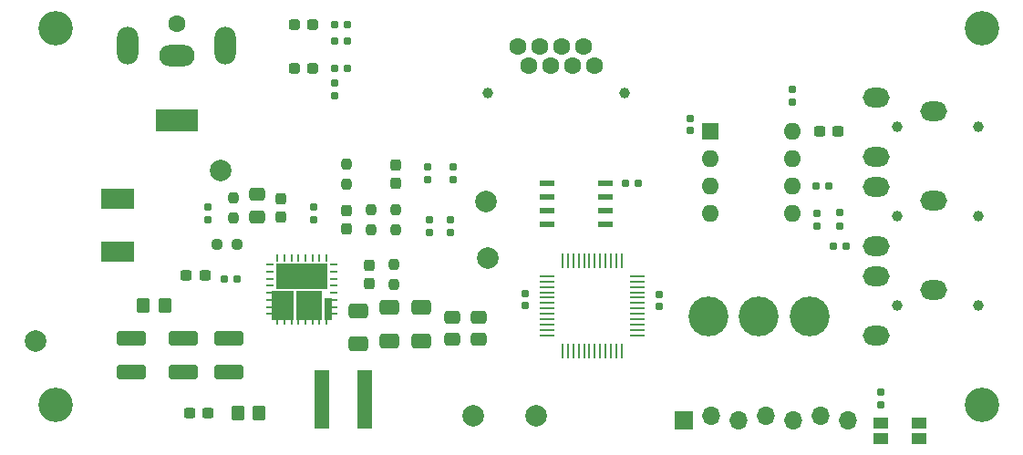
<source format=gbr>
%TF.GenerationSoftware,KiCad,Pcbnew,7.0.6*%
%TF.CreationDate,2023-08-31T11:47:23-07:00*%
%TF.ProjectId,dmxTx,646d7854-782e-46b6-9963-61645f706362,rev?*%
%TF.SameCoordinates,Original*%
%TF.FileFunction,Soldermask,Top*%
%TF.FilePolarity,Negative*%
%FSLAX46Y46*%
G04 Gerber Fmt 4.6, Leading zero omitted, Abs format (unit mm)*
G04 Created by KiCad (PCBNEW 7.0.6) date 2023-08-31 11:47:23*
%MOMM*%
%LPD*%
G01*
G04 APERTURE LIST*
G04 Aperture macros list*
%AMRoundRect*
0 Rectangle with rounded corners*
0 $1 Rounding radius*
0 $2 $3 $4 $5 $6 $7 $8 $9 X,Y pos of 4 corners*
0 Add a 4 corners polygon primitive as box body*
4,1,4,$2,$3,$4,$5,$6,$7,$8,$9,$2,$3,0*
0 Add four circle primitives for the rounded corners*
1,1,$1+$1,$2,$3*
1,1,$1+$1,$4,$5*
1,1,$1+$1,$6,$7*
1,1,$1+$1,$8,$9*
0 Add four rect primitives between the rounded corners*
20,1,$1+$1,$2,$3,$4,$5,0*
20,1,$1+$1,$4,$5,$6,$7,0*
20,1,$1+$1,$6,$7,$8,$9,0*
20,1,$1+$1,$8,$9,$2,$3,0*%
G04 Aperture macros list end*
%ADD10RoundRect,0.160000X-0.160000X0.197500X-0.160000X-0.197500X0.160000X-0.197500X0.160000X0.197500X0*%
%ADD11R,1.430000X5.500000*%
%ADD12RoundRect,0.155000X0.155000X-0.212500X0.155000X0.212500X-0.155000X0.212500X-0.155000X-0.212500X0*%
%ADD13R,1.346200X0.279400*%
%ADD14R,0.279400X1.346200*%
%ADD15RoundRect,0.160000X-0.197500X-0.160000X0.197500X-0.160000X0.197500X0.160000X-0.197500X0.160000X0*%
%ADD16RoundRect,0.155000X-0.155000X0.212500X-0.155000X-0.212500X0.155000X-0.212500X0.155000X0.212500X0*%
%ADD17C,1.000000*%
%ADD18C,1.600000*%
%ADD19RoundRect,0.250000X0.475000X-0.337500X0.475000X0.337500X-0.475000X0.337500X-0.475000X-0.337500X0*%
%ADD20RoundRect,0.250000X0.650000X-0.412500X0.650000X0.412500X-0.650000X0.412500X-0.650000X-0.412500X0*%
%ADD21RoundRect,0.237500X0.300000X0.237500X-0.300000X0.237500X-0.300000X-0.237500X0.300000X-0.237500X0*%
%ADD22RoundRect,0.160000X0.197500X0.160000X-0.197500X0.160000X-0.197500X-0.160000X0.197500X-0.160000X0*%
%ADD23O,2.000000X3.500000*%
%ADD24R,4.000000X2.000000*%
%ADD25O,3.300000X2.000000*%
%ADD26O,2.500000X1.800000*%
%ADD27R,3.150000X1.960000*%
%ADD28C,3.200000*%
%ADD29RoundRect,0.237500X0.237500X-0.300000X0.237500X0.300000X-0.237500X0.300000X-0.237500X-0.300000X0*%
%ADD30R,1.600000X1.600000*%
%ADD31O,1.600000X1.600000*%
%ADD32RoundRect,0.237500X-0.287500X-0.237500X0.287500X-0.237500X0.287500X0.237500X-0.287500X0.237500X0*%
%ADD33C,2.000000*%
%ADD34RoundRect,0.237500X-0.237500X0.250000X-0.237500X-0.250000X0.237500X-0.250000X0.237500X0.250000X0*%
%ADD35RoundRect,0.250000X-1.100000X0.412500X-1.100000X-0.412500X1.100000X-0.412500X1.100000X0.412500X0*%
%ADD36RoundRect,0.155000X-0.212500X-0.155000X0.212500X-0.155000X0.212500X0.155000X-0.212500X0.155000X0*%
%ADD37R,1.460500X0.558800*%
%ADD38RoundRect,0.160000X0.160000X-0.197500X0.160000X0.197500X-0.160000X0.197500X-0.160000X-0.197500X0*%
%ADD39RoundRect,0.237500X-0.250000X-0.237500X0.250000X-0.237500X0.250000X0.237500X-0.250000X0.237500X0*%
%ADD40RoundRect,0.250000X-0.350000X-0.450000X0.350000X-0.450000X0.350000X0.450000X-0.350000X0.450000X0*%
%ADD41R,1.400000X1.050000*%
%ADD42R,0.711200X0.254000*%
%ADD43R,0.254000X0.711200*%
%ADD44R,4.851400X2.362200*%
%ADD45R,2.133600X2.692400*%
%ADD46R,2.387600X2.692400*%
%ADD47R,0.762000X2.032000*%
%ADD48R,1.700000X1.700000*%
%ADD49O,1.700000X1.700000*%
%ADD50C,3.700000*%
%ADD51RoundRect,0.155000X0.212500X0.155000X-0.212500X0.155000X-0.212500X-0.155000X0.212500X-0.155000X0*%
G04 APERTURE END LIST*
D10*
%TO.C,R3*%
X88900000Y-80902500D03*
X88900000Y-82097500D03*
%TD*%
D11*
%TO.C,L1*%
X76680000Y-102500000D03*
X80720000Y-102500000D03*
%TD*%
D12*
%TO.C,C21*%
X122680000Y-86367500D03*
X122680000Y-85232500D03*
%TD*%
D13*
%TO.C,U2*%
X97621700Y-91050000D03*
X97621700Y-91549999D03*
X97621700Y-92050001D03*
X97621700Y-92550000D03*
X97621700Y-93049999D03*
X97621700Y-93550000D03*
X97621700Y-94050000D03*
X97621700Y-94550001D03*
X97621700Y-95050000D03*
X97621700Y-95549999D03*
X97621700Y-96050001D03*
X97621700Y-96550000D03*
D14*
X99050000Y-97978300D03*
X99549999Y-97978300D03*
X100050001Y-97978300D03*
X100550000Y-97978300D03*
X101049999Y-97978300D03*
X101550000Y-97978300D03*
X102050000Y-97978300D03*
X102550001Y-97978300D03*
X103050000Y-97978300D03*
X103549999Y-97978300D03*
X104050001Y-97978300D03*
X104550000Y-97978300D03*
D13*
X105978300Y-96550000D03*
X105978300Y-96050001D03*
X105978300Y-95549999D03*
X105978300Y-95050000D03*
X105978300Y-94550001D03*
X105978300Y-94050000D03*
X105978300Y-93550000D03*
X105978300Y-93049999D03*
X105978300Y-92550000D03*
X105978300Y-92050001D03*
X105978300Y-91549999D03*
X105978300Y-91050000D03*
D14*
X104550000Y-89621700D03*
X104050001Y-89621700D03*
X103549999Y-89621700D03*
X103050000Y-89621700D03*
X102550001Y-89621700D03*
X102050000Y-89621700D03*
X101550000Y-89621700D03*
X101049999Y-89621700D03*
X100550000Y-89621700D03*
X100050001Y-89621700D03*
X99549999Y-89621700D03*
X99050000Y-89621700D03*
%TD*%
D15*
%TO.C,R17*%
X77902500Y-67700000D03*
X79097500Y-67700000D03*
%TD*%
D16*
%TO.C,C18*%
X108000000Y-92732500D03*
X108000000Y-93867500D03*
%TD*%
D17*
%TO.C,CON1*%
X92125000Y-74020000D03*
X104825000Y-74020000D03*
D18*
X94920000Y-69700000D03*
X95940000Y-71480000D03*
X96960000Y-69700000D03*
X97980000Y-71480000D03*
X99000000Y-69700000D03*
X100020000Y-71480000D03*
X101040000Y-69700000D03*
X102060000Y-71480000D03*
%TD*%
D19*
%TO.C,C3*%
X70700000Y-85537500D03*
X70700000Y-83462500D03*
%TD*%
D20*
%TO.C,C13*%
X80100000Y-97362500D03*
X80100000Y-94237500D03*
%TD*%
D21*
%TO.C,C4*%
X65825000Y-91000000D03*
X64100000Y-91000000D03*
%TD*%
D22*
%TO.C,R22*%
X125417500Y-88260000D03*
X124222500Y-88260000D03*
%TD*%
D23*
%TO.C,J3*%
X67700000Y-69600000D03*
D18*
X63200000Y-67600000D03*
D23*
X58700000Y-69600000D03*
D24*
X63200000Y-76600000D03*
D25*
X63200000Y-70600000D03*
%TD*%
D17*
%TO.C,J6*%
X137622500Y-77200000D03*
X130122500Y-77200000D03*
D26*
X133522500Y-75700000D03*
X128222500Y-79950000D03*
X128222500Y-74450000D03*
%TD*%
D27*
%TO.C,F2*%
X57750000Y-83840000D03*
X57750000Y-88750000D03*
%TD*%
D28*
%TO.C,H1*%
X52000000Y-68000000D03*
%TD*%
D29*
%TO.C,C5*%
X81100000Y-91762500D03*
X81100000Y-90037500D03*
%TD*%
D30*
%TO.C,U4*%
X112800000Y-77600000D03*
D31*
X112800000Y-80140000D03*
X112800000Y-82680000D03*
X112800000Y-85220000D03*
X120420000Y-85220000D03*
X120420000Y-82680000D03*
X120420000Y-80140000D03*
X120420000Y-77600000D03*
%TD*%
D15*
%TO.C,R12*%
X67662500Y-91300000D03*
X68857500Y-91300000D03*
%TD*%
D32*
%TO.C,D2*%
X74125000Y-71800000D03*
X75875000Y-71800000D03*
%TD*%
D20*
%TO.C,C11*%
X85900000Y-97062500D03*
X85900000Y-93937500D03*
%TD*%
D33*
%TO.C,TP10*%
X96600000Y-104000000D03*
%TD*%
D29*
%TO.C,C1*%
X72900000Y-85562500D03*
X72900000Y-83837500D03*
%TD*%
D34*
%TO.C,R9*%
X79000000Y-80687500D03*
X79000000Y-82512500D03*
%TD*%
D15*
%TO.C,R19*%
X77902500Y-71800000D03*
X79097500Y-71800000D03*
%TD*%
D28*
%TO.C,H3*%
X138000000Y-68000000D03*
%TD*%
D35*
%TO.C,C9*%
X68100000Y-96837500D03*
X68100000Y-99962500D03*
%TD*%
D34*
%TO.C,R15*%
X83600000Y-84887500D03*
X83600000Y-86712500D03*
%TD*%
D10*
%TO.C,R4*%
X88600000Y-85802500D03*
X88600000Y-86997500D03*
%TD*%
D17*
%TO.C,J8*%
X137622500Y-93800000D03*
X130122500Y-93800000D03*
D26*
X133522500Y-92300000D03*
X128222500Y-96550000D03*
X128222500Y-91050000D03*
%TD*%
D36*
%TO.C,C22*%
X122632500Y-82700000D03*
X123767500Y-82700000D03*
%TD*%
D16*
%TO.C,C23*%
X110930000Y-76382500D03*
X110930000Y-77517500D03*
%TD*%
D34*
%TO.C,R6*%
X81300000Y-84887500D03*
X81300000Y-86712500D03*
%TD*%
D37*
%TO.C,U3*%
X97575850Y-82395000D03*
X97575850Y-83665000D03*
X97575850Y-84935000D03*
X97575850Y-86205000D03*
X103024150Y-86205000D03*
X103024150Y-84935000D03*
X103024150Y-83665000D03*
X103024150Y-82395000D03*
%TD*%
D34*
%TO.C,R13*%
X83400000Y-89987500D03*
X83400000Y-91812500D03*
%TD*%
D35*
%TO.C,C8*%
X63800000Y-96837500D03*
X63800000Y-99962500D03*
%TD*%
D16*
%TO.C,C19*%
X95600000Y-92632500D03*
X95600000Y-93767500D03*
%TD*%
D33*
%TO.C,TP9*%
X90800000Y-104000000D03*
%TD*%
D38*
%TO.C,R1*%
X86500000Y-82097500D03*
X86500000Y-80902500D03*
%TD*%
D39*
%TO.C,R10*%
X66987500Y-88100000D03*
X68812500Y-88100000D03*
%TD*%
D38*
%TO.C,R5*%
X66130000Y-85787500D03*
X66130000Y-84592500D03*
%TD*%
D35*
%TO.C,C6*%
X59000000Y-96837500D03*
X59000000Y-99962500D03*
%TD*%
D21*
%TO.C,C16*%
X66162500Y-103750000D03*
X64437500Y-103750000D03*
%TD*%
D10*
%TO.C,R16*%
X128600000Y-101800000D03*
X128600000Y-102995000D03*
%TD*%
D34*
%TO.C,R7*%
X68500000Y-83787500D03*
X68500000Y-85612500D03*
%TD*%
D40*
%TO.C,R14*%
X68900000Y-103750000D03*
X70900000Y-103750000D03*
%TD*%
D17*
%TO.C,J7*%
X137622500Y-85500000D03*
X130122500Y-85500000D03*
D26*
X133522500Y-84000000D03*
X128222500Y-88250000D03*
X128222500Y-82750000D03*
%TD*%
D10*
%TO.C,R2*%
X86700000Y-85802500D03*
X86700000Y-86997500D03*
%TD*%
D33*
%TO.C,TP2*%
X67320000Y-81250000D03*
%TD*%
D21*
%TO.C,C20*%
X124662500Y-77600000D03*
X122937500Y-77600000D03*
%TD*%
D29*
%TO.C,C2*%
X79000000Y-86662500D03*
X79000000Y-84937500D03*
%TD*%
D19*
%TO.C,C14*%
X88800000Y-96937500D03*
X88800000Y-94862500D03*
%TD*%
D41*
%TO.C,SW2*%
X128600000Y-104675000D03*
X132200000Y-104675000D03*
X128600000Y-106125000D03*
X132200000Y-106125000D03*
%TD*%
D10*
%TO.C,R8*%
X75940000Y-84632500D03*
X75940000Y-85827500D03*
%TD*%
D33*
%TO.C,TP3*%
X92090000Y-89340000D03*
%TD*%
%TO.C,TP1*%
X91910000Y-84110000D03*
%TD*%
D28*
%TO.C,H4*%
X138000000Y-103000000D03*
%TD*%
%TO.C,H2*%
X52000000Y-103000000D03*
%TD*%
D38*
%TO.C,R23*%
X120400000Y-74897500D03*
X120400000Y-73702500D03*
%TD*%
D42*
%TO.C,U1*%
X71900000Y-90000000D03*
X71900000Y-90649998D03*
X71900000Y-91300000D03*
X71900000Y-91949998D03*
X71900000Y-92600000D03*
X71900000Y-93249998D03*
X71900000Y-93900000D03*
X71900000Y-94549998D03*
D43*
X72571401Y-95221399D03*
X73221399Y-95221399D03*
X73871401Y-95221399D03*
X74521399Y-95221399D03*
X75171401Y-95221399D03*
X75821399Y-95221399D03*
X76471401Y-95221399D03*
X77121399Y-95221399D03*
D42*
X77792800Y-94549998D03*
X77792800Y-93900000D03*
X77792800Y-93249998D03*
X77792800Y-92600000D03*
X77792800Y-91949998D03*
X77792800Y-91300000D03*
X77792800Y-90649998D03*
X77792800Y-90000000D03*
D43*
X77121399Y-89328599D03*
X76471401Y-89328599D03*
X75821399Y-89328599D03*
X75171401Y-89328599D03*
X74521399Y-89328599D03*
X73871401Y-89328599D03*
X73221399Y-89328599D03*
X72571401Y-89328599D03*
D44*
X74846400Y-91029999D03*
D45*
X73066400Y-93769999D03*
D46*
X75541400Y-93769999D03*
D47*
X77321400Y-94094999D03*
%TD*%
D29*
%TO.C,C10*%
X83600000Y-82462500D03*
X83600000Y-80737500D03*
%TD*%
D20*
%TO.C,C12*%
X83000000Y-97062500D03*
X83000000Y-93937500D03*
%TD*%
D48*
%TO.C,J1*%
X110340000Y-104403200D03*
D49*
X112880000Y-103996800D03*
X115420000Y-104403200D03*
X117960000Y-103996800D03*
X120500000Y-104403200D03*
X123040000Y-103996800D03*
X125580000Y-104403200D03*
%TD*%
D38*
%TO.C,R11*%
X124820000Y-86367500D03*
X124820000Y-85172500D03*
%TD*%
D50*
%TO.C,SW1*%
X112600000Y-94800000D03*
X117300000Y-94800000D03*
X122000000Y-94800000D03*
%TD*%
D33*
%TO.C,TP5*%
X50080000Y-97070000D03*
%TD*%
D32*
%TO.C,D1*%
X74125000Y-67700000D03*
X75875000Y-67700000D03*
%TD*%
D51*
%TO.C,C17*%
X106067500Y-82400000D03*
X104932500Y-82400000D03*
%TD*%
D40*
%TO.C,FB1*%
X60100000Y-93800000D03*
X62100000Y-93800000D03*
%TD*%
D38*
%TO.C,R20*%
X77900000Y-74297500D03*
X77900000Y-73102500D03*
%TD*%
D22*
%TO.C,R18*%
X79097500Y-69200000D03*
X77902500Y-69200000D03*
%TD*%
D19*
%TO.C,C15*%
X91300000Y-96937500D03*
X91300000Y-94862500D03*
%TD*%
M02*

</source>
